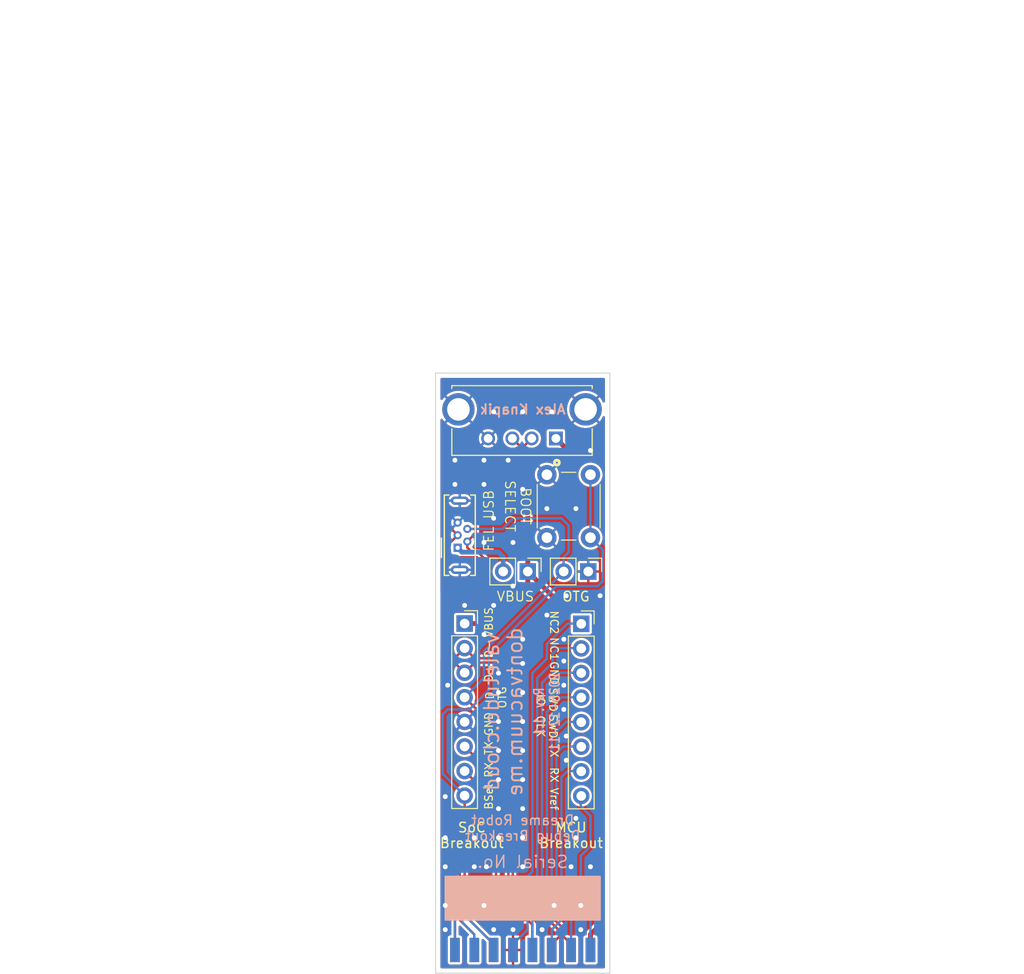
<source format=kicad_pcb>
(kicad_pcb (version 20241229) (generator "pcbnew") (generator_version "9.0")
  (title_block (title "Dreame Breakout Board") (date "2025-12-11") (rev "1.1") (company "Alexander Knapik"))
  (layers (0 "F.Cu" signal) (2 "B.Cu" signal) (13 "F.Paste" user) (15 "B.Paste" user) (5 "F.SilkS" user "F.Silkscreen") (7 "B.SilkS" user "B.Silkscreen") (1 "F.Mask" user) (3 "B.Mask" user) (25 "Edge.Cuts" user))
  (net 0 "")
  (net 1 "/D+")
  (net 2 "GND")
  (net 3 "/USB_VBUS")
  (net 4 "/D-")
  (net 5 "/SoC_USB_OTG_ID")
  (net 6 "/VBUS")
  (net 7 "/SoC_TX")
  (net 8 "/Boot_SEL")
  (net 9 "/SoC_RX")
  (net 10 "/MCU_SWCLK")
  (net 11 "/MCU_GND")
  (net 12 "/MCU_RX")
  (net 13 "/MCU_NC1")
  (net 14 "/MCU_Vref")
  (net 15 "/MCU_SWDIO")
  (net 16 "/MCU_NC2")
  (net 17 "/MCU_TX")
  (footprint "Connector_PinSocket_2.54mm:PinSocket_1x08_P2.54mm_Vertical" (layer "F.Cu") (at 151.675 87.28)
    (property "Reference" "J4" (hide yes))
    (property "Value" "MCU Breakout" (hide yes))
    (fp_line (start -1.33 1.27) (end -1.33 19.11) (stroke (width 0.12)) (layer "F.SilkS"))
    (fp_line (start -1.33 1.27) (end 1.33 1.27) (stroke (width 0.12)) (layer "F.SilkS"))
    (fp_line (start -1.33 19.11) (end 1.33 19.11) (stroke (width 0.12)) (layer "F.SilkS"))
    (fp_line (start 0 -1.33) (end 1.33 -1.33) (stroke (width 0.12)) (layer "F.SilkS"))
    (fp_line (start 1.33 -1.33) (end 1.33 0) (stroke (width 0.12)) (layer "F.SilkS"))
    (fp_line (start 1.33 1.27) (end 1.33 19.11) (stroke (width 0.12)) (layer "F.SilkS"))
    (pad "1" thru_hole rect (at 0 0) (size 1.7 1.7) (drill 1) (layers "*.Cu" "*.Mask") (net 16 "/MCU_NC2"))
    (pad "2" thru_hole circle (at 0 2.54) (size 1.7 1.7) (drill 1) (layers "*.Cu" "*.Mask") (net 13 "/MCU_NC1"))
    (pad "3" thru_hole circle (at 0 5.08) (size 1.7 1.7) (drill 1) (layers "*.Cu" "*.Mask") (net 11 "/MCU_GND"))
    (pad "4" thru_hole circle (at 0 7.62) (size 1.7 1.7) (drill 1) (layers "*.Cu" "*.Mask") (net 15 "/MCU_SWDIO"))
    (pad "5" thru_hole circle (at 0 10.16) (size 1.7 1.7) (drill 1) (layers "*.Cu" "*.Mask") (net 10 "/MCU_SWCLK"))
    (pad "6" thru_hole circle (at 0 12.7) (size 1.7 1.7) (drill 1) (layers "*.Cu" "*.Mask") (net 17 "/MCU_TX"))
    (pad "7" thru_hole circle (at 0 15.24) (size 1.7 1.7) (drill 1) (layers "*.Cu" "*.Mask") (net 12 "/MCU_RX"))
    (pad "8" thru_hole circle (at 0 17.78) (size 1.7 1.7) (drill 1) (layers "*.Cu" "*.Mask") (net 14 "/MCU_Vref"))
  )
  (footprint "Custom:DGI_8_SMDPADS" (layer "F.Cu") (at 145.625 120.975)
    (property "Reference" "J1.1" (hide yes))
    (property "Value" "To Robot SoC" (hide yes))
    (pad "1" smd rect (at -7 0) (size 1 2.5) (layers "F.Cu" "F.Mask" "F.Paste") (net 8 "/Boot_SEL"))
    (pad "2" smd rect (at -5 0) (size 1 2.5) (layers "F.Cu" "F.Mask" "F.Paste") (net 9 "/SoC_RX"))
    (pad "3" smd rect (at -3 0) (size 1 2.5) (layers "F.Cu" "F.Mask" "F.Paste") (net 7 "/SoC_TX"))
    (pad "4" smd rect (at -1 0) (size 1 2.5) (layers "F.Cu" "F.Mask" "F.Paste") (net 2 "GND"))
    (pad "5" smd rect (at 1 0) (size 1 2.5) (layers "F.Cu" "F.Mask" "F.Paste") (net 5 "/SoC_USB_OTG_ID"))
    (pad "6" smd rect (at 3 0) (size 1 2.5) (layers "F.Cu" "F.Mask" "F.Paste") (net 1 "/D+"))
    (pad "7" smd rect (at 5 0) (size 1 2.5) (layers "F.Cu" "F.Mask" "F.Paste") (net 4 "/D-"))
    (pad "8" smd rect (at 7 0) (size 1 2.5) (layers "F.Cu" "F.Mask" "F.Paste") (net 6 "/VBUS"))
  )
  (footprint "Custom:ONSHORE_USB-A1VSB6" (layer "F.Cu") (at 145.555 65.125 180)
    (property "Reference" "J1" (hide yes))
    (property "Value" "OTG_USB" (hide yes))
    (fp_line (start 7.25 2.45) (end -7.25 2.45) (stroke (width 0.127)) (layer "F.SilkS"))
    (fp_line (start 7.25 2.15) (end 7.25 2.45) (stroke (width 0.127)) (layer "F.SilkS"))
    (fp_line (start 7.25 -4.75) (end 7.25 -2) (stroke (width 0.127)) (layer "F.SilkS"))
    (fp_line (start -7.25 2.45) (end -7.25 2.15) (stroke (width 0.127)) (layer "F.SilkS"))
    (fp_line (start -7.25 -2) (end -7.25 -4.75) (stroke (width 0.127)) (layer "F.SilkS"))
    (fp_line (start -7.25 -4.75) (end 7.25 -4.75) (stroke (width 0.127)) (layer "F.SilkS"))
    (fp_circle (center -3.6 -5.5) (end -3.5 -5.5) (stroke (width 0.3)) (fill no) (layer "F.SilkS"))
    (pad "1" thru_hole rect (at -3.5 -3 180) (size 1.428 1.428) (drill 0.92) (layers "*.Cu" "*.Mask") (net 6 "/VBUS"))
    (pad "2" thru_hole circle (at -1 -3 180) (size 1.428 1.428) (drill 0.92) (layers "*.Cu" "*.Mask") (net 4 "/D-"))
    (pad "3" thru_hole circle (at 1 -3 180) (size 1.428 1.428) (drill 0.92) (layers "*.Cu" "*.Mask") (net 1 "/D+"))
    (pad "4" thru_hole circle (at 3.5 -3 180) (size 1.428 1.428) (drill 0.92) (layers "*.Cu" "*.Mask") (net 2 "GND"))
    (pad "5" thru_hole circle (at -6.57 0 180) (size 3.346 3.346) (drill 2.33) (layers "*.Cu" "*.Mask") (net 2 "GND"))
    (pad "5" thru_hole circle (at 6.57 0 180) (size 3.346 3.346) (drill 2.33) (layers "*.Cu" "*.Mask") (net 2 "GND"))
  )
  (footprint "Connector_PinHeader_2.54mm:PinHeader_1x02_P2.54mm_Vertical" (layer "F.Cu") (at 152.4 81.875 -90)
    (property "Reference" "JP2" (hide yes))
    (property "Value" "JP_USB_OTG_ID")
    (fp_line (start -1.38 3.92) (end 1.38 3.92) (stroke (width 0.12)) (layer "F.SilkS"))
    (fp_line (start -1.38 1.27) (end -1.38 3.92) (stroke (width 0.12)) (layer "F.SilkS"))
    (fp_line (start -1.38 1.27) (end 1.38 1.27) (stroke (width 0.12)) (layer "F.SilkS"))
    (fp_line (start 1.38 1.27) (end 1.38 3.92) (stroke (width 0.12)) (layer "F.SilkS"))
    (fp_line (start -1.38 0) (end -1.38 -1.38) (stroke (width 0.12)) (layer "F.SilkS"))
    (fp_line (start -1.38 -1.38) (end 0 -1.38) (stroke (width 0.12)) (layer "F.SilkS"))
    (pad "1" thru_hole rect (at 0 0 270) (size 1.7 1.7) (drill 1) (layers "*.Cu" "*.Mask") (net 2 "GND"))
    (pad "2" thru_hole circle (at 0 2.54 270) (size 1.7 1.7) (drill 1) (layers "*.Cu" "*.Mask") (net 5 "/SoC_USB_OTG_ID"))
  )
  (footprint "Connector_PinHeader_2.54mm:PinHeader_1x02_P2.54mm_Vertical" (layer "F.Cu") (at 146.15 81.875 -90)
    (property "Reference" "JP1" (hide yes))
    (property "Value" "JP_USB_VBUS")
    (fp_line (start -1.38 3.92) (end 1.38 3.92) (stroke (width 0.12)) (layer "F.SilkS"))
    (fp_line (start -1.38 1.27) (end -1.38 3.92) (stroke (width 0.12)) (layer "F.SilkS"))
    (fp_line (start -1.38 1.27) (end 1.38 1.27) (stroke (width 0.12)) (layer "F.SilkS"))
    (fp_line (start 1.38 1.27) (end 1.38 3.92) (stroke (width 0.12)) (layer "F.SilkS"))
    (fp_line (start -1.38 0) (end -1.38 -1.38) (stroke (width 0.12)) (layer "F.SilkS"))
    (fp_line (start -1.38 -1.38) (end 0 -1.38) (stroke (width 0.12)) (layer "F.SilkS"))
    (pad "1" thru_hole rect (at 0 0 270) (size 1.7 1.7) (drill 1) (layers "*.Cu" "*.Mask") (net 6 "/VBUS"))
    (pad "2" thru_hole circle (at 0 2.54 270) (size 1.7 1.7) (drill 1) (layers "*.Cu" "*.Mask") (net 3 "/USB_VBUS"))
  )
  (footprint "Connector_PinSocket_2.54mm:PinSocket_1x08_P2.54mm_Vertical" (layer "F.Cu") (at 139.625 87.25)
    (property "Reference" "J5" (hide yes))
    (property "Value" "SoC Breakout" (hide yes))
    (fp_line (start -1.33 1.27) (end -1.33 19.11) (stroke (width 0.12)) (layer "F.SilkS"))
    (fp_line (start -1.33 1.27) (end 1.33 1.27) (stroke (width 0.12)) (layer "F.SilkS"))
    (fp_line (start -1.33 19.11) (end 1.33 19.11) (stroke (width 0.12)) (layer "F.SilkS"))
    (fp_line (start 0 -1.33) (end 1.33 -1.33) (stroke (width 0.12)) (layer "F.SilkS"))
    (fp_line (start 1.33 -1.33) (end 1.33 0) (stroke (width 0.12)) (layer "F.SilkS"))
    (fp_line (start 1.33 1.27) (end 1.33 19.11) (stroke (width 0.12)) (layer "F.SilkS"))
    (pad "1" thru_hole rect (at 0 0) (size 1.7 1.7) (drill 1) (layers "*.Cu" "*.Mask") (net 6 "/VBUS"))
    (pad "2" thru_hole circle (at 0 2.54) (size 1.7 1.7) (drill 1) (layers "*.Cu" "*.Mask") (net 4 "/D-"))
    (pad "3" thru_hole circle (at 0 5.08) (size 1.7 1.7) (drill 1) (layers "*.Cu" "*.Mask") (net 1 "/D+"))
    (pad "4" thru_hole circle (at 0 7.62) (size 1.7 1.7) (drill 1) (layers "*.Cu" "*.Mask") (net 5 "/SoC_USB_OTG_ID"))
    (pad "5" thru_hole circle (at 0 10.16) (size 1.7 1.7) (drill 1) (layers "*.Cu" "*.Mask") (net 2 "GND"))
    (pad "6" thru_hole circle (at 0 12.7) (size 1.7 1.7) (drill 1) (layers "*.Cu" "*.Mask") (net 7 "/SoC_TX"))
    (pad "7" thru_hole circle (at 0 15.24) (size 1.7 1.7) (drill 1) (layers "*.Cu" "*.Mask") (net 9 "/SoC_RX"))
    (pad "8" thru_hole circle (at 0 17.78) (size 1.7 1.7) (drill 1) (layers "*.Cu" "*.Mask") (net 8 "/Boot_SEL"))
  )
  (footprint "Connector_USB:USB_Micro-B_Wuerth_614105150721_Vertical" (layer "F.Cu") (at 138.905 79.425 90)
    (property "Reference" "J2" (hide yes))
    (property "Value" "SoC_FEL_USB" (hide yes))
    (fp_line (start -1 -1.68) (end 1 -1.68) (stroke (width 0.15)) (layer "F.SilkS"))
    (fp_line (start 5.45 -1.38) (end 5.45 -0.905) (stroke (width 0.15)) (layer "F.SilkS"))
    (fp_line (start -2.85 -1.38) (end 5.45 -1.38) (stroke (width 0.15)) (layer "F.SilkS"))
    (fp_line (start -2.85 -0.905) (end -2.85 -1.38) (stroke (width 0.15)) (layer "F.SilkS"))
    (fp_line (start -2.85 1.345) (end -2.85 1.82) (stroke (width 0.15)) (layer "F.SilkS"))
    (fp_line (start 5.45 1.82) (end 5.45 1.345) (stroke (width 0.15)) (layer "F.SilkS"))
    (fp_line (start -2.85 1.82) (end 5.45 1.82) (stroke (width 0.15)) (layer "F.SilkS"))
    (pad "1" thru_hole rect (at 0 0 90) (size 0.84 0.84) (drill 0.44) (layers "*.Cu" "*.Mask") (net 3 "/USB_VBUS"))
    (pad "2" thru_hole circle (at 0.65 1 90) (size 0.84 0.84) (drill 0.44) (layers "*.Cu" "*.Mask") (net 4 "/D-"))
    (pad "3" thru_hole circle (at 1.3 0 90) (size 0.84 0.84) (drill 0.44) (layers "*.Cu" "*.Mask") (net 1 "/D+"))
    (pad "4" thru_hole circle (at 1.95 1 90) (size 0.84 0.84) (drill 0.44) (layers "*.Cu" "*.Mask") (net 5 "/SoC_USB_OTG_ID"))
    (pad "5" thru_hole circle (at 2.6 0 90) (size 0.84 0.84) (drill 0.44) (layers "*.Cu" "*.Mask") (net 2 "GND"))
    (pad "6" thru_hole oval (at -2.275 0.22 90) (size 0.85 1.85) (drill oval 0.35 1.35) (layers "*.Cu" "*.Mask") (net 2 "GND"))
    (pad "6" thru_hole oval (at 4.875 0.22 90) (size 0.85 1.85) (drill oval 0.35 1.35) (layers "*.Cu" "*.Mask") (net 2 "GND"))
  )
  (footprint "Button_Switch_THT:SW_PUSH_6mm" (layer "F.Cu") (at 148.125 78.375 90)
    (property "Reference" "SW1" (hide yes))
    (property "Value" "SoC_Boot_SEL_BTN" (hide yes))
    (fp_line (start 5.5 -1) (end 1 -1) (stroke (width 0.12)) (layer "F.SilkS"))
    (fp_line (start -0.25 1.5) (end -0.25 3) (stroke (width 0.12)) (layer "F.SilkS"))
    (fp_line (start 6.75 3) (end 6.75 1.5) (stroke (width 0.12)) (layer "F.SilkS"))
    (fp_line (start 1 5.5) (end 5.5 5.5) (stroke (width 0.12)) (layer "F.SilkS"))
    (pad "1" thru_hole circle (at 0 0 180) (size 2 2) (drill 1.1) (layers "*.Cu" "*.Mask") (net 2 "GND"))
    (pad "1" thru_hole circle (at 6.5 0 180) (size 2 2) (drill 1.1) (layers "*.Cu" "*.Mask") (net 2 "GND"))
    (pad "2" thru_hole circle (at 0 4.5 180) (size 2 2) (drill 1.1) (layers "*.Cu" "*.Mask") (net 8 "/Boot_SEL"))
    (pad "2" thru_hole circle (at 6.5 4.5 180) (size 2 2) (drill 1.1) (layers "*.Cu" "*.Mask") (net 8 "/Boot_SEL"))
  )
  (footprint "Custom:DGI_8_SMDPADS" (layer "B.Cu") (at 145.625 120.975 180)
    (property "Reference" "J1.2" (hide yes))
    (property "Value" "To Robot MCU" (hide yes))
    (pad "1" smd rect (at -7 0 180) (size 1 2.5) (layers "B.Cu" "B.Mask" "B.Paste") (net 14 "/MCU_Vref"))
    (pad "2" smd rect (at -5 0 180) (size 1 2.5) (layers "B.Cu" "B.Mask" "B.Paste") (net 12 "/MCU_RX"))
    (pad "3" smd rect (at -3 0 180) (size 1 2.5) (layers "B.Cu" "B.Mask" "B.Paste") (net 17 "/MCU_TX"))
    (pad "4" smd rect (at -1 0 180) (size 1 2.5) (layers "B.Cu" "B.Mask" "B.Paste") (net 10 "/MCU_SWCLK"))
    (pad "5" smd rect (at 1 0 180) (size 1 2.5) (layers "B.Cu" "B.Mask" "B.Paste") (net 15 "/MCU_SWDIO"))
    (pad "6" smd rect (at 3 0 180) (size 1 2.5) (layers "B.Cu" "B.Mask" "B.Paste") (net 11 "/MCU_GND"))
    (pad "7" smd rect (at 5 0 180) (size 1 2.5) (layers "B.Cu" "B.Mask" "B.Paste") (net 13 "/MCU_NC1"))
    (pad "8" smd rect (at 7 0 180) (size 1 2.5) (layers "B.Cu" "B.Mask" "B.Paste") (net 16 "/MCU_NC2"))
  )
  (gr_rect (start 137.625 113.375) (end 153.625 117.875) (stroke (width 0.15)) (fill yes) (layer "B.SilkS"))
  (gr_rect (start 136.625 61.375) (end 154.625 123.375) (stroke (width 0.1)) (fill no) (layer "Edge.Cuts"))
  (gr_text "OTG" (at 151.125 83.875 0) (layer "F.SilkS") (effects (font (size 1 1)) (justify top)))
  (gr_text "This side towards\nfront/top of robot" (at 145.625 115.375 0) (layer "F.SilkS") (effects (font (size 1 1))))
  (gr_text "NC1" (at 148.875 89.875 270) (layer "F.SilkS") (effects (font (size 0.8 0.8) (thickness 0.12))))
  (gr_text "ID\nOTG" (at 142.875 94.875 90) (layer "F.SilkS") (effects (font (size 0.8 0.8) (thickness 0.12))))
  (gr_text "BSel" (at 142.125 105.125 90) (layer "F.SilkS") (effects (font (size 0.8 0.8) (thickness 0.12))))
  (gr_text "GND" (at 148.875 92.375 270) (layer "F.SilkS") (effects (font (size 0.8 0.8) (thickness 0.12))))
  (gr_text "TX" (at 148.875 100.375 270) (layer "F.SilkS") (effects (font (size 0.8 0.8) (thickness 0.12))))
  (gr_text "D+" (at 142.125 92.375 90) (layer "F.SilkS") (effects (font (size 0.8 0.8) (thickness 0.12))))
  (gr_text "BOOT\nSELECT" (at 145.125 75.125 270) (layer "F.SilkS") (effects (font (size 1 1) (thickness 0.12))))
  (gr_text "NC2" (at 148.875 87.125 270) (layer "F.SilkS") (effects (font (size 0.8 0.8) (thickness 0.12))))
  (gr_text "RX" (at 142.125 102.375 90) (layer "F.SilkS") (effects (font (size 0.8 0.8) (thickness 0.12))))
  (gr_text "VBUS" (at 142.125 87.125 90) (layer "F.SilkS") (effects (font (size 0.8 0.8) (thickness 0.12))))
  (gr_text "Vref" (at 148.875 105.375 270) (layer "F.SilkS") (effects (font (size 0.8 0.8) (thickness 0.12))))
  (gr_text "D-\n" (at 142.125 89.875 90) (layer "F.SilkS") (effects (font (size 0.8 0.8) (thickness 0.12))))
  (gr_text "MCU\nBreakout" (at 150.625 109.125 0) (layer "F.SilkS") (effects (font (size 1 1))))
  (gr_text "SWD\nCLK" (at 148.125 97.875 270) (layer "F.SilkS") (effects (font (size 0.8 0.8) (thickness 0.12))))
  (gr_text "VBUS" (at 144.875 83.875 0) (layer "F.SilkS") (effects (font (size 1 1) (thickness 0.125)) (justify top)))
  (gr_text "SoC\nBreakout" (at 140.375 109.125 0) (layer "F.SilkS") (effects (font (size 1 1))))
  (gr_text "TX" (at 142.125 100.125 90) (layer "F.SilkS") (effects (font (size 0.8 0.8) (thickness 0.12))))
  (gr_text "RX" (at 148.875 102.875 270) (layer "F.SilkS") (effects (font (size 0.8 0.8) (thickness 0.12))))
  (gr_text "FEL USB" (at 142.125 76.625 90) (layer "F.SilkS") (effects (font (size 1 1) (thickness 0.12))))
  (gr_text "GND" (at 142.125 97.625 90) (layer "F.SilkS") (effects (font (size 0.8 0.8) (thickness 0.12))))
  (gr_text "SWD\nIO" (at 148.125 95.125 270) (layer "F.SilkS") (effects (font (size 0.8 0.8) (thickness 0.12))))
  (gr_text "Dreame Robot\nDebug Breakout" (at 145.625 108.375 0) (layer "B.SilkS") (effects (font (size 1 1)) (justify mirror)))
  (gr_text "Alex Knapik\n" (at 145.625 65.125 0) (layer "B.SilkS") (effects (font (size 1 1) (thickness 0.2) (bold yes)) (justify mirror)))
  (gr_text "valetudo.cloud\ndontvacuum.me" (at 143.625 96.375 90) (layer "B.SilkS") (effects (font (size 1.5 1.5) (thickness 0.2)) (justify mirror)))
  (gr_text "Serial No." (at 145.625 111.875 0) (layer "B.SilkS") (effects (font (size 1.25 1.25)) (justify mirror)))
  (gr_text "Rev. ${REVISION}\n${ISSUE_DATE}" (at 148.125 96.375 90) (layer "B.SilkS") (effects (font (size 1 0.8)) (justify mirror)))
  (segment (start 149.4 119.6) (end 148.625 120.375) (width 0.25) (layer "F.Cu") (net 1))
  (segment (start 138.059 76.474575) (end 138.554575 75.979) (width 0.25) (layer "F.Cu") (net 1))
  (segment (start 138.554575 75.979) (end 139.479 75.979) (width 0.25) (layer "F.Cu") (net 1))
  (segment (start 138.216387 91.285999) (end 137.399 90.468612) (width 0.25) (layer "F.Cu") (net 1))
  (segment (start 140.375 76.375) (end 145.329999 71.420001) (width 0.25) (layer "F.Cu") (net 1))
  (segment (start 138.580999 91.285999) (end 138.216387 91.285999) (width 0.25) (layer "F.Cu") (net 1))
  (segment (start 137.399 84.531388) (end 138.657754 83.272634) (width 0.25) (layer "F.Cu") (net 1))
  (segment (start 138.059 78.971) (end 138.905 78.125) (width 0.25) (layer "F.Cu") (net 1))
  (segment (start 147.031802 116.6) (end 149.4 118.968198) (width 0.25) (layer "F.Cu") (net 1))
  (segment (start 141.399 82.531388) (end 141.399 80.90681) (width 0.25) (layer "F.Cu") (net 1))
  (segment (start 145.031802 116.6) (end 147.031802 116.6) (width 0.25) (layer "F.Cu") (net 1))
  (segment (start 138.397099 80.409099) (end 138.059 80.071) (width 0.25) (layer "F.Cu") (net 1))
  (segment (start 139.625 92.33) (end 138.580999 91.285999) (width 0.25) (layer "F.Cu") (net 1))
  (segment (start 139.625 92.33) (end 140.669999 91.285001) (width 0.25) (layer "F.Cu") (net 1))
  (segment (start 137.399 90.468612) (end 137.399 84.531388) (width 0.25) (layer "F.Cu") (net 1))
  (segment (start 141.399 80.90681) (end 140.901289 80.409099) (width 0.25) (layer "F.Cu") (net 1))
  (segment (start 149.4 118.968198) (end 149.4 119.6) (width 0.25) (layer "F.Cu") (net 1))
  (segment (start 140.657754 83.272634) (end 141.399 82.531388) (width 0.25) (layer "F.Cu") (net 1))
  (segment (start 144.15 115.718198) (end 145.031802 116.6) (width 0.25) (layer "F.Cu") (net 1))
  (segment (start 138.059 80.071) (end 138.059 78.971) (width 0.25) (layer "F.Cu") (net 1))
  (segment (start 145.329999 68.899999) (end 144.555 68.125) (width 0.25) (layer "F.Cu") (net 1))
  (segment (start 139.875 76.375) (end 140.375 76.375) (width 0.25) (layer "F.Cu") (net 1))
  (segment (start 138.905 78.125) (end 138.059 77.279) (width 0.25) (layer "F.Cu") (net 1))
  (segment (start 139.479 75.979) (end 139.875 76.375) (width 0.25) (layer "F.Cu") (net 1))
  (segment (start 138.657754 83.272634) (end 140.657754 83.272634) (width 0.25) (layer "F.Cu") (net 1))
  (segment (start 143.466803 91.285001) (end 144.15 91.968198) (width 0.25) (layer "F.Cu") (net 1))
  (segment (start 140.901289 80.409099) (end 138.397099 80.409099) (width 0.25) (layer "F.Cu") (net 1))
  (segment (start 144.15 91.968198) (end 144.15 115.718198) (width 0.25) (layer "F.Cu") (net 1))
  (segment (start 140.669999 91.285001) (end 143.466803 91.285001) (width 0.25) (layer "F.Cu") (net 1))
  (segment (start 138.059 77.279) (end 138.059 76.474575) (width 0.25) (layer "F.Cu") (net 1))
  (segment (start 145.329999 71.420001) (end 145.329999 68.899999) (width 0.25) (layer "F.Cu") (net 1))
  (via (at 143.125 94.375) (size 1) (drill 0.5) (layers "F.Cu" "B.Cu") (net 2))
  (via (at 141.875 112.375) (size 1) (drill 0.5) (layers "F.Cu" "B.Cu") (net 2))
  (via (at 145.625 73.375) (size 1) (drill 0.5) (layers "F.Cu" "B.Cu") (net 2))
  (via (at 137.625 105.125) (size 1) (drill 0.5) (layers "F.Cu" "B.Cu") (net 2))
  (via (at 143.125 100.375) (size 1) (drill 0.5) (layers "F.Cu" "B.Cu") (net 2))
  (via (at 144.125 70.375) (size 1) (drill 0.5) (layers "F.Cu" "B.Cu") (net 2))
  (via (at 143.125 103.375) (size 1) (drill 0.5) (layers "F.Cu" "B.Cu") (net 2))
  (via (at 137.625 112.375) (size 1) (drill 0.5) (layers "F.Cu" "B.Cu") (net 2))
  (via (at 151.625 118.875) (size 1) (drill 0.5) (layers "F.Cu" "B.Cu") (net 2))
  (via (at 151.125 109.375) (size 1) (drill 0.5) (layers "F.Cu" "B.Cu") (net 2))
  (via (at 141.625 78.875) (size 1) (drill 0.5) (layers "F.Cu" "B.Cu") (net 2))
  (via (at 152.625 112.375) (size 1) (drill 0.5) (layers "F.Cu" "B.Cu") (net 2))
  (via (at 143.125 109.375) (size 1) (drill 0.5) (layers "F.Cu" "B.Cu") (net 2))
  (via (at 150.625 112.375) (size 1) (drill 0.5) (layers "F.Cu" "B.Cu") (net 2))
  (via (at 137.625 118.875) (size 1) (drill 0.5) (layers "F.Cu" "B.Cu") (net 2))
  (via (at 145.625 91.375) (size 1) (drill 0.5) (layers "F.Cu" "B.Cu") (net 2))
  (via (at 151.125 75.375) (size 1) (drill 0.5) (layers "F.Cu" "B.Cu") (net 2))
  (via (at 137.625 109.375) (size 1) (drill 0.5) (layers "F.Cu" "B.Cu") (net 2))
  (via (at 140.625 112.375) (size 1) (drill 0.5) (layers "F.Cu" "B.Cu") (net 2))
  (via (at 151.625 116.375) (size 1) (drill 0.5) (layers "F.Cu" "B.Cu") (net 2))
  (via (at 149.875 96.125) (size 1) (drill 0.5) (layers "F.Cu" "B.Cu") (net 2))
  (via (at 148.125 86.375) (size 1) (drill 0.5) (layers "F.Cu" "B.Cu") (net 2))
  (via (at 145.625 112.375) (size 1) (drill 0.5) (layers "F.Cu" "B.Cu") (net 2))
  (via (at 152.625 69.375) (size 1) (drill 0.5) (layers "F.Cu" "B.Cu") (net 2))
  (via (at 150.125 84.375) (size 1) (drill 0.5) (layers "F.Cu" "B.Cu") (net 2))
  (via (at 144.625 78.875) (size 1) (drill 0.5) (layers "F.Cu" "B.Cu") (net 2))
  (via (at 145.625 65.375) (size 1) (drill 0.5) (layers "F.Cu" "B.Cu") (net 2))
  (via (at 145.625 109.375) (size 1) (drill 0.5) (layers "F.Cu" "B.Cu") (net 2))
  (via (at 149.875 91.125) (size 1) (drill 0.5) (layers "F.Cu" "B.Cu") (net 2))
  (via (at 141.625 72.875) (size 1) (drill 0.5) (layers "F.Cu" "B.Cu") (net 2))
  (via (at 143.125 106.375) (size 1) (drill 0.5) (layers "F.Cu" "B.Cu") (net 2))
  (via (at 145.625 103.375) (size 1) (drill 0.5) (layers "F.Cu" "B.Cu") (net 2))
  (via (at 148.625 65.375) (size 1) (drill 0.5) (layers "F.Cu" "B.Cu") (net 2))
  (via (at 142.625 85.375) (size 1) (drill 0.5) (layers "F.Cu" "B.Cu") (net 2))
  (via (at 142.625 76.375) (size 1) (drill 0.5) (layers "F.Cu" "B.Cu") (net 2))
  (via (at 137.875 93.625) (size 1) (drill 0.5) (layers "F.Cu" "B.Cu") (net 2))
  (via (at 142.625 65.375) (size 1) (drill 0.5) (layers "F.Cu" "B.Cu") (net 2))
  (via (at 151.125 107.375) (size 1) (drill 0.5) (layers "F.Cu" "B.Cu") (net 2))
  (via (at 150.125 98.875) (size 1) (drill 0.5) (layers "F.Cu" "B.Cu") (net 2))
  (via (at 138.625 72.875) (size 1) (drill 0.5) (layers "F.Cu" "B.Cu") (net 2))
  (via (at 149.875 93.625) (size 1) (drill 0.5) (layers "F.Cu" "B.Cu") (net 2))
  (via (at 148.875 116.375) (size 1) (drill 0.5) (layers "F.Cu" "B.Cu") (net 2))
  (via (at 145.625 88.875) (size 1) (drill 0.5) (layers "F.Cu" "B.Cu") (net 2))
  (via (at 139.625 85.375) (size 1) (drill 0.5) (layers "F.Cu" "B.Cu") (net 2))
  (via (at 150.125 101.375) (size 1) (drill 0.5) (layers "F.Cu" "B.Cu") (net 2))
  (via (at 148.125 75.375) (size 1) (drill 0.5) (layers "F.Cu" "B.Cu") (net 2))
  (via (at 137.625 116.375) (size 1) (drill 0.5) (layers "F.Cu" "B.Cu") (net 2))
  (via (at 143.125 97.375) (size 1) (drill 0.5) (layers "F.Cu" "B.Cu") (net 2))
  (via (at 141.625 116.375) (size 1) (drill 0.5) (layers "F.Cu" "B.Cu") (net 2))
  (via (at 147.625 118.875) (size 1) (drill 0.5) (layers "F.Cu" "B.Cu") (net 2))
  (via (at 145.625 94.375) (size 1) (drill 0.5) (layers "F.Cu" "B.Cu") (net 2))
  (via (at 144.625 83.375) (size 1) (drill 0.5) (layers "F.Cu" "B.Cu") (net 2))
  (via (at 141.625 70.375) (size 1) (drill 0.5) (layers "F.Cu" "B.Cu") (net 2))
  (via (at 149.875 88.875) (size 1) (drill 0.5) (layers "F.Cu" "B.Cu") (net 2))
  (via (at 145.625 97.375) (size 1) (drill 0.5) (layers "F.Cu" "B.Cu") (net 2))
  (via (at 138.625 70.375) (size 1) (drill 0.5) (layers "F.Cu" "B.Cu") (net 2))
  (via (at 153.625 84.375) (size 1) (drill 0.5) (layers "F.Cu" "B.Cu") (net 2))
  (via (at 145.625 106.375) (size 1) (drill 0.5) (layers "F.Cu" "B.Cu") (net 2))
  (via (at 141.625 88.375) (size 1) (drill 0.5) (layers "F.Cu" "B.Cu") (net 2))
  (via (at 145.625 100.375) (size 1) (drill 0.5) (layers "F.Cu" "B.Cu") (net 2))
  (via (at 143.125 92.375) (size 1) (drill 0.5) (layers "F.Cu" "B.Cu") (net 2))
  (via (at 144.625 118.875) (size 1) (drill 0.5) (layers "F.Cu" "B.Cu") (net 2))
  (via (at 142.625 118.875) (size 1) (drill 0.5) (layers "F.Cu" "B.Cu") (net 2))
  (via (at 140.625 109.375) (size 1) (drill 0.5) (layers "F.Cu" "B.Cu") (net 2))
  (segment (start 143.61 81.875) (end 143.61 80.36) (width 0.5) (layer "B.Cu") (net 3))
  (segment (start 143.61 80.36) (end 143.125 79.875) (width 0.5) (layer "B.Cu") (net 3))
  (segment (start 139.355 79.875) (end 138.905 79.425) (width 0.5) (layer "B.Cu") (net 3))
  (segment (start 143.125 79.875) (end 139.355 79.875) (width 0.5) (layer "B.Cu") (net 3))
  (segment (start 137.85 84.718198) (end 138.844564 83.723634) (width 0.25) (layer "F.Cu") (net 4))
  (segment (start 144.84 101.473259) (end 145.269133 101.473259) (width 0.25) (layer "F.Cu") (net 4))
  (segment (start 144.6 91.781802) (end 144.6 95.169379) (width 0.25) (layer "F.Cu") (net 4))
  (segment (start 145.780001 68.899999) (end 146.555 68.125) (width 0.25) (layer "F.Cu") (net 4))
  (segment (start 138.844564 83.723634) (end 140.844564 83.723634) (width 0.25) (layer "F.Cu") (net 4))
  (segment (start 144.6 99.431461) (end 144.6 101.233259) (width 0.25) (layer "F.Cu") (net 4))
  (segment (start 140.458099 79.958099) (end 139.905 79.405) (width 0.25) (layer "F.Cu") (net 4))
  (segment (start 139.905 79.405) (end 139.905 78.775) (width 0.25) (layer "F.Cu") (net 4))
  (segment (start 140.844564 83.723634) (end 141.85 82.718198) (width 0.25) (layer "F.Cu") (net 4))
  (segment (start 138.403197 90.834999) (end 137.85 90.281802) (width 0.25) (layer "F.Cu") (net 4))
  (segment (start 141.85 82.718198) (end 141.85 80.72) (width 0.25) (layer "F.Cu") (net 4))
  (segment (start 137.85 90.281802) (end 137.85 84.718198) (width 0.25) (layer "F.Cu") (net 4))
  (segment (start 140.751 77.929) (end 140.751 76.749) (width 0.25) (layer "F.Cu") (net 4))
  (segment (start 144.84 98.591461) (end 145.36 98.591461) (width 0.25) (layer "F.Cu") (net 4))
  (segment (start 145.6 98.831461) (end 145.6 98.951461) (width 0.25) (layer "F.Cu") (net 4))
  (segment (start 145.509133 101.713259) (end 145.509133 101.833259) (width 0.25) (layer "F.Cu") (net 4))
  (segment (start 139.905 78.775) (end 140.751 77.929) (width 0.25) (layer "F.Cu") (net 4))
  (segment (start 144.6 102.313259) (end 144.6 115.531802) (width 0.25) (layer "F.Cu") (net 4))
  (segment (start 145.36 96.009379) (end 144.84 96.009379) (width 0.25) (layer "F.Cu") (net 4))
  (segment (start 145.780001 71.719999) (end 145.780001 68.899999) (width 0.25) (layer "F.Cu") (net 4))
  (segment (start 138.580001 90.834999) (end 138.403197 90.834999) (width 0.25) (layer "F.Cu") (net 4))
  (segment (start 143.653197 90.834999) (end 144.6 91.781802) (width 0.25) (layer "F.Cu") (net 4))
  (segment (start 140.751 76.749) (end 145.780001 71.719999) (width 0.25) (layer "F.Cu") (net 4))
  (segment (start 147.218198 116.15) (end 149.85 118.781802) (width 0.25) (layer "F.Cu") (net 4))
  (segment (start 139.625 89.79) (end 140.669999 90.834999) (width 0.25) (layer "F.Cu") (net 4))
  (segment (start 144.6 96.249379) (end 144.6 98.351461) (width 0.25) (layer "F.Cu") (net 4))
  (segment (start 139.625 89.79) (end 138.580001 90.834999) (width 0.25) (layer "F.Cu") (net 4))
  (segment (start 145.36 99.191461) (end 144.84 99.191461) (width 0.25) (layer "F.Cu") (net 4))
  (segment (start 141.088099 79.958099) (end 140.458099 79.958099) (width 0.25) (layer "F.Cu") (net 4))
  (segment (start 145.269133 102.073259) (end 144.84 102.073259) (width 0.25) (layer "F.Cu") (net 4))
  (segment (start 149.85 119.6) (end 150.625 120.375) (width 0.25) (layer "F.Cu") (net 4))
  (segment (start 140.669999 90.834999) (end 143.653197 90.834999) (width 0.25) (layer "F.Cu") (net 4))
  (segment (start 141.85 80.72) (end 141.088099 79.958099) (width 0.25) (layer "F.Cu") (net 4))
  (segment (start 144.6 115.531802) (end 145.218198 116.15) (width 0.25) (layer "F.Cu") (net 4))
  (segment (start 145.6 95.649379) (end 145.6 95.769379) (width 0.25) (layer "F.Cu") (net 4))
  (segment (start 144.84 95.409379) (end 145.36 95.409379) (width 0.25) (layer "F.Cu") (net 4))
  (segment (start 145.218198 116.15) (end 147.218198 116.15) (width 0.25) (layer "F.Cu") (net 4))
  (segment (start 149.85 118.781802) (end 149.85 119.6) (width 0.25) (layer "F.Cu") (net 4))
  (arc (start 144.84 99.191461) (mid 144.670294 99.261755) (end 144.6 99.431461) (width 0.25) (layer "F.Cu") (net 4))
  (arc (start 145.36 95.409379) (mid 145.529706 95.479673) (end 145.6 95.649379) (width 0.25) (layer "F.Cu") (net 4))
  (arc (start 145.6 95.769379) (mid 145.529706 95.939085) (end 145.36 96.009379) (width 0.25) (layer "F.Cu") (net 4))
  (arc (start 145.6 98.951461) (mid 145.529706 99.121167) (end 145.36 99.191461) (width 0.25) (layer "F.Cu") (net 4))
  (arc (start 144.84 96.009379) (mid 144.670294 96.079673) (end 144.6 96.249379) (width 0.25) (layer "F.Cu") (net 4))
  (arc (start 145.36 98.591461) (mid 145.529706 98.661755) (end 145.6 98.831461) (width 0.25) (layer "F.Cu") (net 4))
  (arc (start 144.6 101.233259) (mid 144.670294 101.402965) (end 144.84 101.473259) (width 0.25) (layer "F.Cu") (net 4))
  (arc (start 144.84 102.073259) (mid 144.670294 102.143553) (end 144.6 102.313259) (width 0.25) (layer "F.Cu") (net 4))
  (arc (start 144.6 95.169379) (mid 144.670294 95.339085) (end 144.84 95.409379) (width 0.25) (layer "F.Cu") (net 4))
  (arc (start 145.509133 101.833259) (mid 145.438839 102.002965) (end 145.269133 102.073259) (width 0.25) (layer "F.Cu") (net 4))
  (arc (start 144.6 98.351461) (mid 144.670294 98.521167) (end 144.84 98.591461) (width 0.25) (layer "F.Cu") (net 4))
  (arc (start 145.269133 101.473259) (mid 145.438839 101.543553) (end 145.509133 101.713259) (width 0.25) (layer "F.Cu") (net 4))
  (segment (start 142.125 110.675) (end 142.125 97.375) (width 0.25) (layer "F.Cu") (net 5))
  (segment (start 146.625 118.375) (end 146.125 117.875) (width 0.25) (layer "F.Cu") (net 5))
  (segment (start 142.875 116.225) (end 142.875 111.425) (width 0.25) (layer "F.Cu") (net 5))
  (segment (start 146.125 117.875) (end 144.525 117.875) (width 0.25) (layer "F.Cu") (net 5))
  (segment (start 146.625 121.125) (end 146.625 118.375) (width 0.25) (layer "F.Cu") (net 5))
  (segment (start 142.125 97.375) (end 139.625 94.875) (width 0.25) (layer "F.Cu") (net 5))
  (segment (start 142.875 111.425) (end 142.125 110.675) (width 0.25) (layer "F.Cu") (net 5))
  (segment (start 144.525 117.875) (end 142.875 116.225) (width 0.25) (layer "F.Cu") (net 5))
  (segment (start 141.625 92.87) (end 141.625 90.1) (width 0.25) (layer "B.Cu") (net 5))
  (segment (start 141.625 90.1) (end 149.85 81.875) (width 0.25) (layer "B.Cu") (net 5))
  (segment (start 150.375 77.125) (end 149.625 76.375) (width 0.25) (layer "B.Cu") (net 5))
  (segment (start 143.525 77.475) (end 139.905 77.475) (width 0.25) (layer "B.Cu") (net 5))
  (segment (start 149.625 76.375) (end 144.625 76.375) (width 0.25) (layer "B.Cu") (net 5))
  (segment (start 149.85 80.4) (end 150.375 79.875) (width 0.25) (layer "B.Cu") (net 5))
  (segment (start 149.85 81.875) (end 149.85 80.4) (width 0.25) (layer "B.Cu") (net 5))
  (segment (start 150.375 79.875) (end 150.375 77.125) (width 0.25) (layer "B.Cu") (net 5))
  (segment (start 139.625 94.87) (end 141.625 92.87) (width 0.25) (layer "B.Cu") (net 5))
  (segment (start 144.625 76.375) (end 143.525 77.475) (width 0.25) (layer "B.Cu") (net 5))
  (segment (start 146.15 75.35) (end 147.625 73.875) (width 0.5) (layer "F.Cu") (net 6))
  (segment (start 142.75 87.25) (end 139.625 87.25) (width 0.5) (layer "F.Cu") (net 6))
  (segment (start 152.625 121.125) (end 152.625 119.375) (width 0.5) (layer "F.Cu") (net 6))
  (segment (start 149.65 85.375) (end 146.15 81.875) (width 0.5) (layer "F.Cu") (net 6))
  (segment (start 149.875 73.875) (end 150.375 73.375) (width 0.5) (layer "F.Cu") (net 6))
  (segment (start 146.15 81.875) (end 146.15 75.35) (width 0.5) (layer "F.Cu") (net 6))
  (segment (start 152.625 85.375) (end 149.65 85.375) (width 0.5) (layer "F.Cu") (net 6))
  (segment (start 150.375 69.445) (end 149.055 68.125) (width 0.5) (layer "F.Cu") (net 6))
  (segment (start 153.625 118.375) (end 153.625 86.375) (width 0.5) (layer "F.Cu") (net 6))
  (segment (start 147.625 73.875) (end 149.875 73.875) (width 0.5) (layer "F.Cu") (net 6))
  (segment (start 146.15 81.875) (end 146.15 83.85) (width 0.5) (layer "F.Cu") (net 6))
  (segment (start 146.15 83.85) (end 142.75 87.25) (width 0.5) (layer "F.Cu") (net 6))
  (segment (start 153.625 86.375) (end 152.625 85.375) (width 0.5) (layer "F.Cu") (net 6))
  (segment (start 150.375 73.375) (end 150.375 69.445) (width 0.5) (layer "F.Cu") (net 6))
  (segment (start 152.625 119.375) (end 153.625 118.375) (width 0.5) (layer "F.Cu") (net 6))
  (segment (start 139.625 117.375) (end 142.625 120.375) (width 0.25) (layer "F.Cu") (net 7))
  (segment (start 139.625 108.375) (end 139.625 117.375) (width 0.25) (layer "F.Cu") (net 7))
  (segment (start 141.625 106.375) (end 139.625 108.375) (width 0.25) (layer "F.Cu") (net 7))
  (segment (start 141.625 101.95) (end 141.625 106.375) (width 0.25) (layer "F.Cu") (net 7))
  (segment (start 139.625 99.95) (end 141.625 101.95) (width 0.25) (layer "F.Cu") (net 7))
  (segment (start 139.625 105.03) (end 139.625 106.375) (width 0.25) (layer "F.Cu") (net 8))
  (segment (start 139.625 106.375) (end 138.625 107.375) (width 0.25) (layer "F.Cu") (net 8))
  (segment (start 138.625 107.375) (end 138.625 121.125) (width 0.25) (layer "F.Cu") (net 8))
  (segment (start 137.875 96.125) (end 140.125 96.125) (width 0.25) (layer "B.Cu") (net 8))
  (segment (start 140.125 96.125) (end 142.125 94.125) (width 0.25) (layer "B.Cu") (net 8))
  (segment (start 142.125 90.375) (end 149.125 83.375) (width 0.25) (layer "B.Cu") (net 8))
  (segment (start 149.125 83.375) (end 153.375 83.375) (width 0.25) (layer "B.Cu") (net 8))
  (segment (start 153.875 82.875) (end 153.875 79.625) (width 0.25) (layer "B.Cu") (net 8))
  (segment (start 153.875 79.625) (end 152.625 78.375) (width 0.25) (layer "B.Cu") (net 8))
  (segment (start 153.375 83.375) (end 153.875 82.875) (width 0.25) (layer "B.Cu") (net 8))
  (segment (start 152.625 71.875) (end 152.625 78.375) (width 0.25) (layer "B.Cu") (net 8))
  (segment (start 142.125 94.125) (end 142.125 90.375) (width 0.25) (layer "B.Cu") (net 8))
  (segment (start 137.375 96.625) (end 137.875 96.125) (width 0.25) (layer "B.Cu") (net 8))
  (segment (start 139.625 105.03) (end 137.375 102.78) (width 0.25) (layer "B.Cu") (net 8))
  (segment (start 137.375 102.78) (end 137.375 96.625) (width 0.25) (layer "B.Cu") (net 8))
  (segment (start 140.625 119.375) (end 140.625 121.125) (width 0.25) (layer "F.Cu") (net 9))
  (segment (start 139.625 102.49) (end 141.125 103.99) (width 0.25) (layer "F.Cu") (net 9))
  (segment (start 141.125 105.875) (end 139.125 107.875) (width 0.25) (layer "F.Cu") (net 9))
  (segment (start 139.125 117.875) (end 140.625 119.375) (width 0.25) (layer "F.Cu") (net 9))
  (segment (start 141.125 103.99) (end 141.125 105.875) (width 0.25) (layer "F.Cu") (net 9))
  (segment (start 139.125 107.875) (end 139.125 117.875) (width 0.25) (layer "F.Cu") (net 9))
  (segment (start 147.875 115.375) (end 148.625 114.625) (width 0.25) (layer "B.Cu") (net 10))
  (segment (start 146.875 115.375) (end 147.875 115.375) (width 0.25) (layer "B.Cu") (net 10))
  (segment (start 148.625 114.625) (end 148.625 98.8925) (width 0.25) (layer "B.Cu") (net 10))
  (segment (start 146.625 121.125) (end 146.625 115.625) (width 0.25) (layer "B.Cu") (net 10))
  (segment (start 150.1075 97.41) (end 151.625 97.41) (width 0.25) (layer "B.Cu") (net 10))
  (segment (start 148.625 98.8925) (end 150.1075 97.41) (width 0.25) (layer "B.Cu") (net 10))
  (segment (start 146.625 115.625) (end 146.875 115.375) (width 0.25) (layer "B.Cu") (net 10))
  (segment (start 147.625 113.625) (end 146.875 114.375) (width 0.25) (layer "B.Cu") (net 11))
  (segment (start 148.67 92.33) (end 147.625 93.375) (width 0.25) (layer "B.Cu") (net 11))
  (segment (start 146.875 114.375) (end 141.375 114.375) (width 0.25) (layer "B.Cu") (net 11))
  (segment (start 140.125 117.875) (end 142.625 120.375) (width 0.25) (layer "B.Cu") (net 11))
  (segment (start 140.125 115.625) (end 140.125 117.875) (width 0.25) (layer "B.Cu") (net 11))
  (segment (start 141.375 114.375) (end 140.125 115.625) (width 0.25) (layer "B.Cu") (net 11))
  (segment (start 147.625 93.375) (end 147.625 113.625) (width 0.25) (layer "B.Cu") (net 11))
  (segment (start 151.625 92.33) (end 148.67 92.33) (width 0.25) (layer "B.Cu") (net 11))
  (segment (start 150.625 121.125) (end 150.625 115.875) (width 0.25) (layer "B.Cu") (net 12))
  (segment (start 150.625 115.875) (end 149.625 114.875) (width 0.25) (layer "B.Cu") (net 12))
  (segment (start 150.26 102.49) (end 151.625 102.49) (width 0.25) (layer "B.Cu") (net 12))
  (segment (start 149.625 103.125) (end 150.26 102.49) (width 0.25) (layer "B.Cu") (net 12))
  (segment (start 149.625 114.875) (end 149.625 103.125) (width 0.25) (layer "B.Cu") (net 12))
  (segment (start 147.125 92.875) (end 148.71 91.29) (width 0.25) (layer "B.Cu") (net 13))
  (segment (start 139.375 118.125) (end 139.375 114.625) (width 0.25) (layer "B.Cu") (net 13))
  (segment (start 151.625 89.79) (end 149.295 89.79) (width 0.25) (layer "B.Cu") (net 13))
  (segment (start 146.51281 113.875) (end 147.125 113.26281) (width 0.25) (layer "B.Cu") (net 13))
  (segment (start 148.71 91.29) (end 148.71 90.375) (width 0.25) (layer "B.Cu") (net 13))
  (segment (start 140.125 113.875) (end 146.51281 113.875) (width 0.25) (layer "B.Cu") (net 13))
  (segment (start 149.295 89.79) (end 148.71 90.375) (width 0.25) (layer "B.Cu") (net 13))
  (segment (start 140.625 119.375) (end 139.375 118.125) (width 0.25) (layer "B.Cu") (net 13))
  (segment (start 147.125 113.26281) (end 147.125 92.875) (width 0.25) (layer "B.Cu") (net 13))
  (segment (start 139.375 114.625) (end 140.125 113.875) (width 0.25) (layer "B.Cu") (net 13))
  (segment (start 140.625 121.125) (end 140.625 119.375) (width 0.25) (layer "B.Cu") (net 13))
  (segment (start 152.625 107.125) (end 152.625 110.25) (width 0.25) (layer "B.Cu") (net 14))
  (segment (start 152.625 114.625) (end 152.625 121.125) (width 0.25) (layer "B.Cu") (net 14))
  (segment (start 151.625 105.03) (end 151.625 106.125) (width 0.25) (layer "B.Cu") (net 14))
  (segment (start 151.625 113.625) (end 152.625 114.625) (width 0.25) (layer "B.Cu") (net 14))
  (segment (start 152.625 110.25) (end 151.625 111.25) (width 0.25) (layer "B.Cu") (net 14))
  (segment (start 151.625 106.125) (end 152.625 107.125) (width 0.25) (layer "B.Cu") (net 14))
  (segment (start 151.625 111.25) (end 151.625 113.625) (width 0.25) (layer "B.Cu") (net 14))
  (segment (start 148.125 96.375) (end 148.125 114.125) (width 0.25) (layer "B.Cu") (net 15))
  (segment (start 151.625 94.87) (end 149.63 94.87) (width 0.25) (layer "B.Cu") (net 15))
  (segment (start 146.625 114.875) (end 146.125 115.375) (width 0.25) (layer "B.Cu") (net 15))
  (segment (start 149.63 94.87) (end 148.125 96.375) (width 0.25) (layer "B.Cu") (net 15))
  (segment (start 146.125 118.875) (end 144.625 120.375) (width 0.25) (layer "B.Cu") (net 15))
  (segment (start 147.375 114.875) (end 146.625 114.875) (width 0.25) (layer "B.Cu") (net 15))
  (segment (start 146.125 115.375) (end 146.125 118.875) (width 0.25) (layer "B.Cu") (net 15))
  (segment (start 148.125 114.125) (end 147.375 114.875) (width 0.25) (layer "B.Cu") (net 15))
  (segment (start 148.125 89.375) (end 148.125 90.875) (width 0.25) (layer "B.Cu") (net 16))
  (segment (start 139.375 113.375) (end 138.625 114.125) (width 0.25) (layer "B.Cu") (net 16))
  (segment (start 138.625 114.125) (end 138.625 121.125) (width 0.25) (layer "B.Cu") (net 16))
  (segment (start 146.125 113.375) (end 139.375 113.375) (width 0.25) (layer "B.Cu") (net 16))
  (segment (start 148.125 90.875) (end 146.625 92.375) (width 0.25) (layer "B.Cu") (net 16))
  (segment (start 151.625 87.25) (end 150.25 87.25) (width 0.25) (layer "B.Cu") (net 16))
  (segment (start 146.625 112.875) (end 146.125 113.375) (width 0.25) (layer "B.Cu") (net 16))
  (segment (start 150.25 87.25) (end 148.125 89.375) (width 0.25) (layer "B.Cu") (net 16))
  (segment (start 146.625 92.375) (end 146.625 112.875) (width 0.25) (layer "B.Cu") (net 16))
  (segment (start 149.8 99.95) (end 151.625 99.95) (width 0.25) (layer "B.Cu") (net 17))
  (segment (start 148.625 121.125) (end 148.625 118.875) (width 0.25) (layer "B.Cu") (net 17))
  (segment (start 149.125 100.625) (end 149.8 99.95) (width 0.25) (layer "B.Cu") (net 17))
  (segment (start 150.125 116.125) (end 149.125 115.125) (width 0.25) (layer "B.Cu") (net 17))
  (segment (start 150.125 117.375) (end 150.125 116.125) (width 0.25) (layer "B.Cu") (net 17))
  (segment (start 148.625 118.875) (end 150.125 117.375) (width 0.25) (layer "B.Cu") (net 17))
  (segment (start 149.125 115.125) (end 149.125 100.625) (width 0.25) (layer "B.Cu") (net 17))
  (zone (net 2) (net_name "GND") (layers "F.Cu" "B.Cu") (connect_pads (clearance 0.25)) (min_thickness 0.25) (fill yes (thermal_gap 0.25) (thermal_bridge_width 0.25))
    (polygon (pts (xy 136.625 123.375) (xy 154.625 123.375) (xy 154.625 61.375) (xy 136.625 61.375)))
  )
)
</source>
